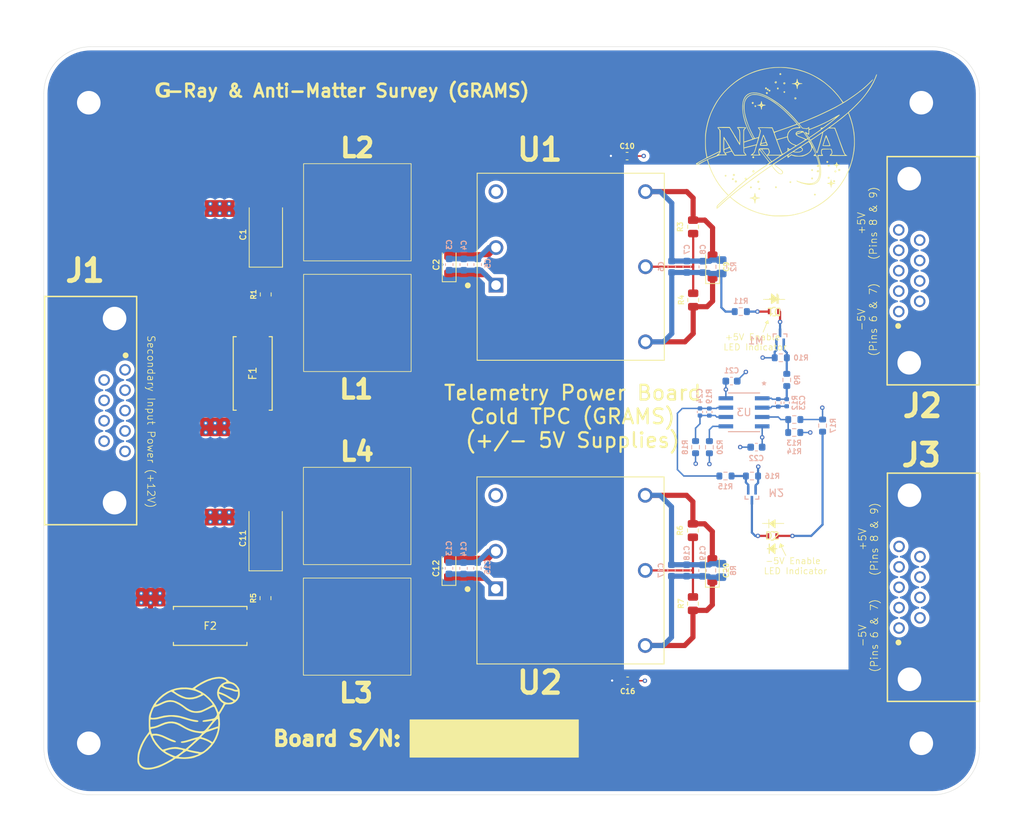
<source format=kicad_pcb>
(kicad_pcb (version 20241229) (generator "pcbnew") (generator_version "9.0")
  (layers (0 "F.Cu" signal) (4 "In1.Cu" signal) (6 "In2.Cu" signal) (8 "In3.Cu" signal) (10 "In4.Cu" signal) (2 "B.Cu" signal) (13 "F.Paste" user) (15 "B.Paste" user) (5 "F.SilkS" user "F.Silkscreen") (7 "B.SilkS" user "B.Silkscreen") (1 "F.Mask" user) (3 "B.Mask" user) (25 "Edge.Cuts" user))
  (net 0 "")
  (net 1 "Net-(C1-Pad1)")
  (net 2 "/V_SEC_RTN")
  (net 3 "/Main_Converter/V_RTN")
  (net 4 "/Main_Converter/V_POS")
  (net 5 "/P5_OUT")
  (net 6 "/PM_5V_RTN")
  (net 7 "GNDPWR")
  (net 8 "Net-(C11-Pad1)")
  (net 9 "/Main_Converter1/V_POS")
  (net 10 "/Main_Converter1/V_RTN")
  (net 11 "/M5_OUT")
  (net 12 "Net-(U3A-A_OUT)")
  (net 13 "Net-(U3A--INA)")
  (net 14 "Net-(U3B--INB)")
  (net 15 "Net-(U3B-B_OUT)")
  (net 16 "Net-(D1-Pad2)")
  (net 17 "Net-(D1-Pad1)")
  (net 18 "Net-(D2-Pad1)")
  (net 19 "Net-(D2-Pad2)")
  (net 20 "/V_SEC_IN")
  (net 21 "Net-(F1-Pad2)")
  (net 22 "Net-(F2-Pad2)")
  (net 25 "/Main_Converter/trim")
  (net 26 "/Main_Converter1/trim")
  (net 27 "Net-(U3A-+INA)")
  (net 28 "Net-(U3B-+INB)")
  (net 31 "Net-(M1-Pad1)")
  (net 32 "Net-(M2-Pad1)")
  (footprint "Little_Fuse:0154Series_LTF" (layer "F.Cu") (at 111.48 104.06)
    (property "Reference" "F2")
    (property "Value" "0154002.DR")
  )
  (footprint "Capacitor_SMD:C_0603_1608Metric" (layer "F.Cu") (at 168.0681 40.25 180)
    (property "Reference" "C10")
    (property "Value" "0.1uF")
  )
  (footprint "Wurth_Elektronik:LED_0AS75000_WRE" (layer "F.Cu") (at 188.0181 61.37 180)
    (property "Reference" "D1")
    (property "Value" "150060VS75000")
  )
  (footprint "MountingHole:MountingHole_3.2mm_M3_Pad" (layer "F.Cu") (at 208 33)
    (property "Reference" "H3" (hide yes))
    (property "Value" "MountingHole_Pad")
  )
  (footprint "Little_Fuse:0154Series_LTF" (layer "F.Cu") (at 117.25 69.77 90)
    (property "Reference" "F1")
    (property "Value" "0154002.DR")
  )
  (footprint "Capacitor_Tantalum_SMD:CP_EIA-3216-10_Kemet-I" (layer "F.Cu") (at 179.6356 96.4925 90)
    (property "Reference" "C20")
    (property "Value" "10uF")
  )
  (footprint "Resistor_SMD:R_0805_2012Metric" (layer "F.Cu") (at 118.9856 100.285 90)
    (property "Reference" "R5")
    (property "Value" "10")
  )
  (footprint "CoilCraft:MLC1538-" (layer "F.Cu") (at 138.7256 105.806 90)
    (property "Reference" "L3")
    (property "Value" "1.5uH")
  )
  (footprint "Resistor_SMD:R_0805_2012Metric" (layer "F.Cu") (at 177.0281 49.86 90)
    (property "Reference" "R3")
    (property "Value" "(DNI)")
  )
  (footprint "MountingHole:MountingHole_3.2mm_M3_Pad" (layer "F.Cu") (at 95 33)
    (property "Reference" "H1" (hide yes))
    (property "Value" "MountingHole_Pad")
  )
  (footprint "Capacitor_Tantalum_SMD:CP_EIA-3216-12_Kemet-S" (layer "F.Cu") (at 143.9181 55 90)
    (property "Reference" "C2")
    (property "Value" "10uF")
  )
  (footprint "Resistor_SMD:R_0805_2012Metric" (layer "F.Cu") (at 177.0381 59.79 -90)
    (property "Reference" "R4")
    (property "Value" "(DNI)")
  )
  (footprint "Capacitor_SMD:C_0603_1608Metric" (layer "F.Cu") (at 168.148 111.506 180)
    (property "Reference" "C16")
    (property "Value" "0.1uF")
  )
  (footprint "Wurth_Elektronik:618009231221" (layer "F.Cu") (at 92.2 74.815 -90)
    (property "Reference" "J1")
    (property "Value" "618009231221")
  )
  (footprint "Resistor_SMD:R_0805_2012Metric" (layer "F.Cu") (at 177.0056 101.034999 -90)
    (property "Reference" "R7")
    (property "Value" "(DNI)")
  )
  (footprint "MountingHole:MountingHole_3.2mm_M3_Pad" (layer "F.Cu") (at 95 120)
    (property "Reference" "H2" (hide yes))
    (property "Value" "MountingHole_Pad")
  )
  (footprint "NASA_Meatball:NASA-Meatball_11" (layer "F.Cu") (at 189.71 37.96)
    (property "Reference" "G***" (hide yes))
    (property "Value" "LOGO" (hide yes))
  )
  (footprint "Wurth_Elektronik:618009231221" (layer "F.Cu") (at 212.66 55.82 90)
    (property "Reference" "J2")
    (property "Value" "618009231221")
  )
  (footprint "MountingHole:MountingHole_3.2mm_M3_Pad" (layer "F.Cu") (at 208 120)
    (property "Reference" "H4" (hide yes))
    (property "Value" "MountingHole_Pad")
  )
  (footprint "CoilCraft:MLC1538-" (layer "F.Cu") (at 138.7581 49.531 90)
    (property "Reference" "L2")
    (property "Value" "1.5uH")
  )
  (footprint "CUI:CONV_PDQ30-Q24-S5-D" (layer "F.Cu") (at 160.3856 96.52 90)
    (property "Reference" "U2")
    (property "Value" "PDQ10-Q24-S5-D")
  )
  (footprint "CoilCraft:MLC1538-" (layer "F.Cu") (at 138.7256 90.776001 90)
    (property "Reference" "L4")
    (property "Value" "1.5uH")
  )
  (footprint "Capacitor_Tantalum_SMD:CP_EIA-7343-20_Kemet-V" (layer "F.Cu") (at 119.0056 92.165001 90)
    (property "Reference" "C11")
    (property "Value" "100uF")
  )
  (footprint "NASA_Meatball:Orbit_Image" (layer "F.Cu") (at 108.45 116.97)
    (property "Reference" "G***" (hide yes))
    (property "Value" "LOGO" (hide yes))
  )
  (footprint "CoilCraft:MLC1538-" (layer "F.Cu") (at 138.7581 64.561 90)
    (property "Reference" "L1")
    (property "Value" "1.5uH")
  )
  (footprint "Resistor_SMD:R_0805_2012Metric" (layer "F.Cu") (at 176.9956 91.105 90)
    (property "Reference" "R6")
    (property "Value" "(DNI)")
  )
  (footprint "Wurth_Elektronik:LED_0AS75000_WRE" (layer "F.Cu") (at 187.7781 91.83)
    (property "Reference" "D2")
    (property "Value" "150060VS75000")
  )
  (footprint "CUI:CONV_PDQ30-Q24-S5-D" (layer "F.Cu") (at 160.4181 55.275 90)
    (property "Reference" "U1")
    (property "Value" "PDQ10-Q24-S5-D")
  )
  (footprint "Wurth_Elektronik:618009231221" (layer "F.Cu") (at 212.7 98.81 90)
    (property "Reference" "J3")
    (property "Value" "618009231221")
  )
  (footprint "Capacitor_Tantalum_SMD:CP_EIA-7343-20_Kemet-V" (layer "F.Cu") (at 119.0381 50.92 90)
    (property "Reference" "C1")
    (property "Value" "100uF")
  )
  (footprint "Capacitor_Tantalum_SMD:CP_EIA-3216-10_Kemet-I" (layer "F.Cu") (at 179.6681 55.2475 90)
    (property "Reference" "C9")
    (property "Value" "10uF")
  )
  (footprint "Resistor_SMD:R_0805_2012Metric" (layer "F.Cu") (at 119.0181 59.04 90)
    (property "Reference" "R1")
    (property "Value" "10")
  )
  (footprint "Capacitor_Tantalum_SMD:CP_EIA-3216-12_Kemet-S" (layer "F.Cu") (at 143.8856 96.245001 90)
    (property "Reference" "C12")
    (property "Value" "10uF")
  )
  (footprint "Resistor_SMD:R_0805_2012Metric" (layer "B.Cu") (at 180.8256 96.524999 90)
    (property "Reference" "R8")
    (property "Value" "(DNI)")
  )
  (footprint "Resistor_SMD:R_0603_1608Metric" (layer "B.Cu") (at 177.3581 79.78 90)
    (property "Reference" "R18")
    (property "Value" "4.99k")
  )
  (footprint "Analog_Devices:R_8_ADI" (layer "B.Cu") (at 183.9381 75.05 180)
    (property "Reference" "U3")
    (property "Value" "LTC2051HV")
  )
  (footprint "Resistor_SMD:R_0603_1608Metric" (layer "B.Cu") (at 190.7631 76.03 180)
    (property "Reference" "R13")
    (property "Value" "49.9k")
  )
  (footprint "Capacitor_SMD:C_0402_1005Metric" (layer "B.Cu") (at 189.7281 73.75 90)
    (property "Reference" "C23")
    (property "Value" "1uF")
  )
  (footprint "Capacitor_SMD:C_0402_1005Metric" (layer "B.Cu") (at 179.2281 75.01 90)
    (property "Reference" "R19")
    (property "Value" "10k")
  )
  (footprint "Capacitor_SMD:C_0603_1608Metric" (layer "B.Cu") (at 147.7556 96.225001 90)
    (property "Reference" "C15")
    (property "Value" "0.01uF")
  )
  (footprint "Capacitor_SMD:C_0603_1608Metric" (layer "B.Cu") (at 147.7881 54.98 90)
    (property "Reference" "C5")
    (property "Value" "0.01uF")
  )
  (footprint "Capacitor_SMD:C_0603_1608Metric" (layer "B.Cu") (at 174.0956 96.524999 90)
    (property "Reference" "C17")
    (property "Value" "0.01uF")
  )
  (footprint "Toshiba_Semi:SSM_TOS" (layer "B.Cu") (at 188.8281 64.93 180)
    (property "Reference" "M1")
    (property "Value" "SSM3K15AFS_LF")
  )
  (footprint "Capacitor_SMD:C_0603_1608Metric" (layer "B.Cu") (at 182.2381 70.81 180)
    (property "Reference" "C21")
    (property "Value" "0.1uF")
  )
  (footprint "Toshiba_Semi:SSM_TOS" (layer "B.Cu") (at 185.0081 86.31)
    (property "Reference" "M2")
    (property "Value" "SSM3K15AFS_LF")
  )
  (footprint "Capacitor_SMD:C_0603_1608Metric" (layer "B.Cu") (at 185.6181 79.78)
    (property "Reference" "C22")
    (property "Value" "0.1uF")
  )
  (footprint "Resistor_SMD:R_0603_1608Metric" (layer "B.Cu") (at 179.2381 79.785 90)
    (property "Reference" "R20")
    (property "Value" "24.9")
  )
  (footprint "Capacitor_SMD:C_0603_1608Metric" (layer "B.Cu") (at 176.1781 55.28 90)
    (property "Reference" "C7")
    (property "Value" "0.1uF")
  )
  (footprint "Resistor_SMD:R_0603_1608Metric" (layer "B.Cu") (at 189.7381 70.65 90)
    (property "Reference" "R9")
    (property "Value" "24.9")
  )
  (footprint "Resistor_SMD:R_0805_2012Metric" (layer "B.Cu") (at 180.8581 55.28 90)
    (property "Reference" "R2")
    (property "Value" "(DNI)")
  )
  (footprint "Capacitor_SMD:C_0603_1608Metric" (layer "B.Cu") (at 145.8981 54.985 90)
    (property "Reference" "C4")
    (property "Value" "0.1uF")
  )
  (footprint "Capacitor_SMD:C_0603_1608Metric" (layer "B.Cu") (at 178.3381 55.3 90)
    (property "Reference" "C8")
    (property "Value" "1uF")
  )
  (footprint "Resistor_SMD:R_0603_1608Metric" (layer "B.Cu") (at 194.5981 76.85 90)
    (property "Reference" "R17")
    (property "Value" "300")
  )
  (footprint "Capacitor_SMD:C_0603_1608Metric" (layer "B.Cu") (at 145.8656 96.230001 90)
    (property "Reference" "C14")
    (property "Value" "0.1uF")
  )
  (footprint "Resistor_SMD:R_0402_1005Metric" (layer "B.Cu") (at 188.5881 73.76 90)
    (property "Reference" "R12")
    (property "Value" "10k")
  )
  (footprint "Resistor_SMD:R_0603_1608Metric" (layer "B.Cu") (at 181.4181 83.7)
    (property "Reference" "R15")
    (property "Value" "24.9")
  )
  (footprint "Capacitor_SMD:C_0603_1608Metric" (layer "B.Cu") (at 176.1456 96.524999 90)
    (property "Reference" "C18")
    (property "Value" "0.1uF")
  )
  (footprint "Capacitor_SMD:C_0603_1608Metric" (layer "B.Cu") (at 178.3056 96.544999 90)
    (property "Reference" "C19")
    (property "Value" "1uF")
  )
  (footprint "Capacitor_SMD:C_0603_1608Metric" (layer "B.Cu") (at 143.9281 54.98 90)
    (property "Reference" "C3")
    (property "Value" "1uF")
  )
  (footprint "Capacitor_SMD:C_0603_1608Metric" (layer "B.Cu") (at 174.1281 55.28 90)
    (property "Reference" "C6")
    (property "Value" "0.01uF")
  )
  (footprint "Capacitor_SMD:C_0603_1608Metric" (layer "B.Cu") (at 143.8956 96.225001 90)
    (property "Reference" "C13")
    (property "Value" "1uF")
  )
  (footprint "Resistor_SMD:R_0603_1608Metric" (layer "B.Cu") (at 183.4981 61.37 180)
    (property "Reference" "R11")
    (property "Value" "300")
  )
  (footprint "Resistor_SMD:R_0603_1608Metric" (layer "B.Cu") (at 185.0181 83.7)
    (property "Reference" "R16")
    (property "Value" "100k")
  )
  (footprint "Resistor_SMD:R_0603_1608Metric" (layer "B.Cu") (at 190.7531 77.79)
    (property "Reference" "R14")
    (property "Value" "49.9k")
  )
  (footprint "Capacitor_SMD:C_0402_1005Metric" (layer "B.Cu") (at 177.9581 75 90)
    (property "Reference" "C24")
    (property "Value" "1uF")
  )
  (footprint "Resistor_SMD:R_0603_1608Metric" (layer "B.Cu") (at 188.9281 67.64 180)
    (property "Reference" "R10")
    (property "Value" "100k")
  )
  (gr_poly (pts (xy 188.87 92.89) (xy 188.72 93.42) (xy 189.32 93.19)) (stroke (width 0.1)) (fill yes) (layer "F.SilkS"))
  (gr_line (start 187.3048 89.5812) (end 187.3048 90.7496) (stroke (width 0.1)) (layer "F.SilkS"))
  (gr_poly (pts (xy 188.1684 90.7496) (xy 187.3556 90.14) (xy 188.1684 89.632)) (stroke (width 0.1)) (fill yes) (layer "F.SilkS"))
  (gr_line (start 186.6952 90.14) (end 186.4412 90.14) (stroke (width 0.1)) (layer "F.SilkS"))
  (gr_line (start 188.6121 60.2788) (end 188.6121 59.1104) (stroke (width 0.1)) (layer "F.SilkS"))
  (gr_poly (pts (xy 187.17 62.59) (xy 186.83 62.87) (xy 187.24 63)) (stroke (width 0.1)) (fill yes) (layer "F.SilkS"))
  (gr_line (start 188.94 93.16) (end 189.61 94.5) (stroke (width 0.1)) (layer "F.SilkS"))
  (gr_line (start 189.2217 59.72) (end 188.6121 59.72) (stroke (width 0.1)) (layer "F.SilkS"))
  (gr_line (start 186.5801 59.72) (end 187.7485 59.72) (stroke (width 0.1)) (layer "F.SilkS"))
  (gr_line (start 186.6952 90.14) (end 187.3048 90.14) (stroke (width 0.1)) (layer "F.SilkS"))
  (gr_line (start 189.3368 90.14) (end 188.1684 90.14) (stroke (width 0.1)) (layer "F.SilkS"))
  (gr_line (start 187.05 62.89) (end 186.53 64.16) (stroke (width 0.1)) (layer "F.SilkS"))
  (gr_poly (pts (xy 187.7485 59.1104) (xy 188.5613 59.72) (xy 187.7485 60.228)) (stroke (width 0.1)) (fill yes) (layer "F.SilkS"))
  (gr_line (start 189.2217 59.72) (end 189.4757 59.72) (stroke (width 0.1)) (layer "F.SilkS"))
  (gr_poly (pts (xy 138.6 116.81) (xy 138.6 121.89) (xy 161.46 121.89) (xy 161.46 116.81)) (stroke (width 0.1)) (fill yes) (layer "F.SilkS"))
  (gr_line (start 215.9 31.75) (end 215.9 120.65) (stroke (width 0.05)) (layer "Edge.Cuts"))
  (gr_line (start 88.9 76.2) (end 88.9 31.75) (stroke (width 0.05)) (layer "Edge.Cuts"))
  (gr_line (start 88.9 120.65) (end 88.9 76.2) (stroke (width 0.05)) (layer "Edge.Cuts"))
  (gr_arc (start 88.9 31.75) (mid 90.759872 27.259872) (end 95.25 25.4) (stroke (width 0.05)) (layer "Edge.Cuts"))
  (gr_arc (start 95.25 127) (mid 90.759872 125.140128) (end 88.9 120.65) (stroke (width 0.05)) (layer "Edge.Cuts"))
  (gr_line (start 209.55 127) (end 95.25 127) (stroke (width 0.05)) (layer "Edge.Cuts"))
  (gr_line (start 95.25 25.4) (end 203.2 25.4) (stroke (width 0.05)) (layer "Edge.Cuts"))
  (gr_arc (start 209.55 25.4) (mid 214.040128 27.259872) (end 215.9 31.75) (stroke (width 0.05)) (layer "Edge.Cuts"))
  (gr_line (start 203.2 25.4) (end 209.55 25.4) (stroke (width 0.05)) (layer "Edge.Cuts"))
  (gr_arc (start 215.9 120.65) (mid 214.040128 125.140128) (end 209.55 127) (stroke (width 0.05)) (layer "Edge.Cuts"))
  (gr_text "+5V\n(Pins 8 & 9)" (at 202.07 49.37 90) (layer "F.SilkS") (effects (font (size 1 1) (thickness 0.1)) (justify bottom)))
  (gr_text "+5V Enable \nLED Indicator" (at 185.44 66.7 0) (layer "F.SilkS") (effects (font (size 0.85 0.85) (thickness 0.1)) (justify bottom)))
  (gr_text "-5V\n(Pins 6 & 7)" (at 202.07 62.46 90) (layer "F.SilkS") (effects (font (size 1 1) (thickness 0.1)) (justify bottom)))
  (gr_text "-5V\n(Pins 6 & 7)" (at 202.21 105.38 90) (layer "F.SilkS") (effects (font (size 1 1) (thickness 0.1)) (justify bottom)))
  (gr_text "-Ray & Anti-Matter Survey (GRAMS)" (at 105.44 32.4 0) (layer "F.SilkS") (effects (font (size 1.75 1.75) (thickness 0.35) (bold yes)) (justify left bottom)))
  (gr_text "Secondary Input Power (+12V)" (at 102.87 64.516 -90) (layer "F.SilkS") (effects (font (size 1 1) (thickness 0.1)) (justify left bottom)))
  (gr_text "-5V Enable \nLED Indicator" (at 190.92 97.1 0) (layer "F.SilkS") (effects (font (size 0.85 0.85) (thickness 0.1)) (justify bottom)))
  (gr_text "Telemetry Power Board\nCold TPC (GRAMS)\n(+/- 5V Supplies)" (at 160.66 80.01 0) (layer "F.SilkS") (effects (font (size 2 2) (thickness 0.3)) (justify bottom)))
  (gr_text "+5V\n(Pins 8 & 9)" (at 202.21 92.29 90) (layer "F.SilkS") (effects (font (size 1 1) (thickness 0.1)) (justify bottom)))
  (gr_text "G" (at 103.91 32.63 0) (layer "F.SilkS") (effects (font (size 2 2) (thickness 0.4) (bold yes)) (justify left bottom)))
  (gr_text "Board S/N:  " (at 119.76 120.53 0) (layer "F.SilkS") (effects (font (size 2 2) (thickness 0.5) (bold yes)) (justify left bottom)))
  (segment (start 119.0181 58.1275) (end 119.0181 54.0525) (width 0.7) (layer "F.Cu") (net 1))
  (segment (start 119.0181 54.0525) (end 119.0381 54.0325) (width 0.2) (layer "F.Cu") (net 1))
  (segment (start 119.0056 89.052501) (end 112.369499 89.052501) (width 0.7) (layer "F.Cu") (net 2))
  (segment (start 126.6581 47.831) (end 119.0616 47.831) (width 0.7) (layer "F.Cu") (net 2))
  (segment (start 126.6256 89.076) (end 119.0291 89.076) (width 0.7) (layer "F.Cu") (net 2))
  (segment (start 119.0616 47.831) (end 119.0381 47.8075) (width 0.2) (layer "F.Cu") (net 2))
  (segment (start 112.369499 89.052501) (end 111.506 89.916) (width 0.7) (layer "F.Cu") (net 2))
  (segment (start 119.0616 47.831) (end 111.681 47.831) (width 0.7) (layer "F.Cu") (net 2))
  (segment (start 111.681 47.831) (end 111.506 48.006) (width 0.2) (layer "F.Cu") (net 2))
  (segment (start 119.0291 89.076) (end 119.0056 89.0525) (width 0.2) (layer "F.Cu") (net 2))
  (via (at 111.506 88.646) (size 0.6) (drill 0.3) (layers "F.Cu" "B.Cu") (net 2))
  (via (at 112.776 48.006) (size 0.6) (drill 0.3) (layers "F.Cu" "B.Cu") (net 2))
  (via (at 111.506 46.736) (size 0.6) (drill 0.3) (layers "F.Cu" "B.Cu") (net 2))
  (via (at 111.506 89.916) (size 0.6) (drill 0.3) (layers "F.Cu" "B.Cu") (net 2))
  (via (at 112.776 89.916) (size 0.6) (drill 0.3) (layers "F.Cu" "B.Cu") (net 2))
  (via (at 114.046 46.736) (size 0.6) (drill 0.3) (layers "F.Cu" "B.Cu") (net 2))
  (via (at 114.046 48.006) (size 0.6) (drill 0.3) (layers "F.Cu" "B.Cu") (net 2))
  (via (at 112.776 46.736) (size 0.6) (drill 0.3) (layers "F.Cu" "B.Cu") (net 2))
  (via (at 114.046 88.646) (size 0.6) (drill 0.3) (layers "F.Cu" "B.Cu") (net 2))
  (via (at 114.046 89.916) (size 0.6) (drill 0.3) (layers "F.Cu" "B.Cu") (net 2))
  (via (at 112.776 88.646) (size 0.6) (drill 0.3) (layers "F.Cu" "B.Cu") (net 2))
  (via (at 111.506 48.006) (size 0.6) (drill 0.3) (layers "F.Cu" "B.Cu") (net 2))
  (segment (start 143.9181 53.65) (end 143.9181 49) (width 0.7) (layer "F.Cu") (net 3))
  (segment (start 142.7491 47.831) (end 136.2581 47.831) (width 0.7) (layer "F.Cu") (net 3))
  (segment (start 150.2681 52.675) (end 149.3081 53.635) (width 0.7) (layer "F.Cu") (net 3))
  (segment (start 149.3081 53.635) (end 143.9331 53.635) (width 0.7) (layer "F.Cu") (net 3))
  (segment (start 143.9181 49) (end 142.7491 47.831) (width 0.7) (layer "F.Cu") (net 3))
  (segment (start 143.9331 53.635) (end 143.9181 53.65) (width 0.7) (layer "F.Cu") (net 3))
  (segment (start 149.3181 52.675) (end 147.7881 54.205) (width 0.7) (layer "B.Cu") (net 3))
  (segment (start 150.2681 52.675) (end 149.3181 52.675) (width 0.7) (layer "B.Cu") (net 3))
  (segment (start 147.7881 54.205) (end 143.9281 54.205) (width 0.7) (layer "B.Cu") (net 3))
  (segment (start 148.8431 56.35) (end 150.2681 57.775) (width 0.7) (layer "F.Cu") (net 4))
  (segment (start 143.9181 61.62) (end 142.6771 62.861) (width 0.7) (layer "F.Cu") (net 4))
  (segment (start 143.9181 56.35) (end 143.9181 61.62) (width 0.7) (layer "F.Cu") (net 4))
  (segment (start 143.9181 56.35) (end 148.8431 56.35) (width 0.7) (layer "F.Cu") (net 4))
  (segment (start 142.6771 62.861) (end 136.2581 62.861) (width 0.7) (layer "F.Cu") (net 4))
  (segment (start 143.9281 55.755) (end 147.7881 55.755) (width 0.7) (layer "B.Cu") (net 4))
  (segment (start 148.2481 55.755) (end 150.2681 57.775) (width 0.7) (layer "B.Cu") (net 4))
  (segment (start 147.7881 55.755) (end 148.2481 55.755) (width 0.7) (layer "B.Cu") (net 4))
  (segment (start 175.9131 65.475) (end 170.5681 65.475) (width 0.7) (layer "F.Cu") (net 5))
  (segment (start 177.0381 60.7025) (end 177.0381 64.35) (width 0.7) (layer "F.Cu") (net 5))
  (segment (start 177.0381 64.35) (end 175.9131 65.475) (width 0.7) (layer "F.Cu") (net 5))
  (segment (start 179.6681 56.5975) (end 179.6681 59.95) (width 0.7) (layer "F.Cu") (net 5))
  (segment (start 179.6681 59.95) (end 178.9156 60.7025) (width 0.7) (layer "F.Cu") (net 5))
  (segment (start 178.9156 60.7025) (end 177.0381 60.7025) (width 0.7) (layer "F.Cu") (net 5))
  (via (at 194.564 74.422) (size 0.6) (drill 0.3) (layers "F.Cu" "B.Cu") (net 5))
  (via (at 181.4743 71.95) (size 0.6) (drill 0.3) (layers "F.Cu" "B.Cu") (net 5))
  (segment (start 180.8581 60.8) (end 180.8581 56.1925) (width 0.3) (layer "B.Cu") (net 5))
  (segment (start 174.1281 56.055) (end 179.1431 56.055) (width 0.7) (layer "B.Cu") (net 5))
  (segment (start 194.5981 76.025) (end 194.564 76.025) (width 0.2) (layer "B.Cu") (net 5))
  (segment (start 194.5981 74.4561) (end 194.564 74.422) (width 0.2) (layer "B.Cu") (net 5))
  (segment (start 181.4743 73.145) (end 181.4743 71.95) (width 0.2) (layer "B.Cu") (net 5))
  (segment (start 179.2806 56.1925) (end 180.8581 56.1925) (width 0.7) (layer "B.Cu") (net 5))
  (segment (start 174.1281 56.055) (end 174.1281 64.36) (width 0.7) (layer "B.Cu") (net 5))
  (segment (start 194.564 76.025) (end 191.5931 76.025) (width 0.2) (layer "B.Cu") (net 5))
  (segment (start 194.5981 76.025) (end 194.5981 74.4561) (width 0.2) (layer "B.Cu") (net 5))
  (segment (start 174.1281 64.36) (end 173.0131 65.475) (width 0.7) (layer "B.Cu") (net 5))
  (segment (start 179.1431 56.055) (end 179.2806 56.1925) (width 0.7) (layer "B.Cu") (net 5))
  (segment (start 191.5931 76.025) (end 191.5881 76.03) (width 0.2) (layer "B.Cu") (net 5))
  (segment (start 181.4743 70.8212) (end 181.4631 70.81) (width 0.2) (layer "B.Cu") (net 5))
  (segment (start 182.6731 61.37) (end 181.4281 61.37) (width 0.3) (layer "B.Cu") (net 5))
  (segment (start 181.4743 71.95) (end 181.4743 70.8212) (width 0.2) (layer "B.Cu") (net 5))
  (segment (start 173.0131 65.475) (end 170.5681 65.475) (width 0.7) (layer "B.Cu") (net 5))
  (segment (start 181.4281 61.37) (end 180.8581 60.8) (width 0.3) (layer "B.Cu") (net 5))
  (segment (start 179.6681 53.8975) (end 179.6681 49.99) (width 0.7) (layer "F.Cu") (net 6))
  (segment (start 168.8531 40.24) (end 170.3081 40.24) (width 0.2) (layer "F.Cu") (net 6))
  (segment (start 179.6356 101.195) (end 178.8831 101.9475) (width 0.7) (layer "F.Cu") (net 6))
  (segment (start 178.8831 101.9475) (end 177.0056 101.9475) (width 0.7) (layer "F.Cu") (net 6))
  (segment (start 177.0056 101.9475) (end 177.0056 105.595) (width 0.7) (layer "F.Cu") (net 6))
  (segment (start 179.6356 97.8425) (end 179.6356 101.195) (width 0.7) (layer "F.Cu") (net 6))
  (segment (start 176.1631 45.075) (end 170.5681 45.075) (width 0.7) (layer "F.Cu") (net 6))
  (segment (start 177.0056 105.595) (end 175.8806 106.72) (width 0.7) (layer "F.Cu") (net 6))
  (segment (start 175.8806 106.72) (end 170.5356 106.72) (width 0.7) (layer "F.Cu") (net 6))
  (segment (start 168.923 111.506) (end 170.483 111.506) (width 0.2) (layer "F.Cu") (net 6))
  (segment (start 177.0281 45.94) (end 176.1631 45.075) (width 0.7) (layer "F.Cu") (net 6))
  (segment (start 170.3081 40.24) (end 170.3181 40.23) (width 0.2) (layer "F.Cu") (net 6))
  (segment (start 179.6681 49.99) (end 178.6256 48.9475) (width 0.7) (layer "F.Cu") (net 6))
  (segment (start 178.6256 48.9475) (end 177.0281 48.9475) (width 0.7) (layer "F.Cu") (net 6))
  (segment (start 177.0281 48.9475) (end 177.0281 45.94) (width 0.7) (layer "F.Cu") (net 6))
  (via (at 179.2381 82.08) (size 0.6) (drill 0.3) (layers "F.Cu" "B.Cu") (net 6))
  (via (at 185.8689 82.4276) (size 0.6) (drill 0.3) (layers "F.Cu" "B.Cu") (net 6))
  (via (at 186.4681 67.62) (size 0.6) (drill 0.3) (layers "F.Cu" "B.Cu") (net 6))
  (via (at 192.9281 77.79) (size 0.6) (drill 0.3) (layers "F.Cu" "B.Cu") (net 6))
  (via (at 184.1881 69.56) (size 0.6) (drill 0.3) (layers "F.Cu" "B.Cu") (net 6))
  (via (at 170.3181 40.23) (size 0.6) (drill 0.3) (layers "F.Cu" "B.Cu") (net 6))
  (via (at 170.483 111.506) (size 0.6) (drill 0.3) (layers "F.Cu" "B.Cu") (net 6))
  (via (at 183.4181 79.77) (size 0.6) (drill 0.3) (layers "F.Cu" "B.Cu") (net 6))
  (segment (start 185.8431 84.635) (end 185.8689 83.6468) (width 0.3) (layer "B.Cu") (net 6))
  (segment (start 179.3031 54.525) (end 179.4606 54.3675) (width 0.7) (layer "B.Cu") (net 6))
  (segment (start 178.3181 54.505) (end 178.3381 54.525) (width 0.7) (layer "B.Cu") (net 6))
  (segment (start 185.508099 85.635) (end 185.508099 84.970001) (width 0.3) (layer "B.Cu") (net 6))
  (segment (start 179.2381 80.61) (end 179.2381 82.08) (width 0.2) (layer "B.Cu") (net 6))
  (segment (start 172.5731 45.075) (end 170.5681 45.075) (width 0.7) (layer "B.Cu") (net 6))
  (segment (start 185.8689 83.6468) (end 185.8431 83.7) (width 0.3) (layer "B.Cu") (net 6))
  (segment (start 183.0131 70.735) (end 184.1881 69.56) (width 0.2) (layer "B.Cu") (net 6))
  (segment (start 174.1281 54.505) (end 174.1281 46.63) (width 0.7) (layer "B.Cu") (net 6))
  (segment (start 188.328101 66.619999) (end 188.328101 65.605) (width 0.3) (layer "B.Cu") (net 6))
  (segment (start 188.1031 67.63) (end 188.1031 66.845) (width 0.3) (layer "B.Cu") (net 6))
  (segment (start 174.0956 105.605) (end 172.9806 106.72) (width 0.7) (layer "B.Cu") (net 6))
  (segment (start 174.0956 97.3) (end 179.1106 97.3) (width 0.7) (layer "B.Cu") (net 6))
  (segment (start 184.8431 79.78) (end 183.4281 79.78) (width 0.2) (layer "B.Cu") (net 6))
  (segment (start 174.0956 97.3) (end 174.0956 105.605) (width 0.7) (layer "B.Cu") (net 6))
  (segment (start 179.1106 97.3) (end 179.2481 97.4375) (width 0.7) (layer "B.Cu") (net 6))
  (segment (start 179.2481 97.4375) (end 180.8256 97.4375) (width 0.7) (layer "B.Cu") (net 6))
  (segment (start 191.5781 77.79) (end 192.9281 77.79) (width 0.2) (layer "B.Cu") (net 6))
  (segment (start 185.8431 82.4534) (end 185.8689 82.4276) (width 0.3) (layer "B.Cu") (net 6))
  (segment (start 185.508099 84.970001) (end 185.8431 84.635) (width 0.3) (layer "B.Cu") (net 6))
  (segment (start 174.1281 54.505) (end 178.3181 54.505) (width 0.7) (layer "B.Cu") (net 6))
  (segment (start 172.9806 106.72) (end 170.5356 106.72) (width 0.7) (layer "B.Cu") (net 6))
  (segment (start 185.8431 83.7) (end 185.8431 82.4534) (width 0.3) (layer "B.Cu") (net 6))
  (segment (start 179.4606 54.3675) (end 180.8581 54.3675) (width 0.7) (layer "B.Cu") (net 6))
  (segment (start 178.3381 54.525) (end 179.3031 54.525) (width 0.7) (layer "B.Cu") (net 6))
  (segment (start 183.4281 79.78) (end 183.4181 79.77) (width 0.2) (layer "B.Cu") (net 6))
  (segment (start 186.4881 67.64) (end 186.4681 67.62) (width 0.2) (layer "B.Cu") (net 6))
  (segment (start 174.1281 46.63) (end 172.5731 45.075) (width 0.7) (layer "B.Cu") (net 6))
  (segment (start 188.1031 67.64) (end 186.4881 67.64) (width 0.2) (layer "B.Cu") (net 6))
  (segment (start 188.1031 66.845) (end 188.328101 66.619999) (width 0.3) (layer "B.Cu") (net 6))
  (segment (start 183.0131 70.81) (end 183.0131 70.735) (width 0.2) (layer "B.Cu") (net 6))
  (segment (start 188.1031 67.64) (end 188.1031 67.63) (width 0.2) (layer "B.Cu") (net 6))
  (segment (start 166.0555 111.501) (end 166.0355 111.481) (width 0.2) (layer "F.Cu") (net 7))
  (segment (start 167.4705 111.501) (end 166.0555 111.501) (width 0.2) (layer "F.Cu") (net 7))
  (segment (start 167.3031 40.24) (end 165.8881 40.24) (width 0.2) (layer "F.Cu") (net 7))
  (segment (start 165.8881 40.24) (end 165.8681 40.22) (width 0.2) (layer "F.Cu") (net 7))
  (via (at 165.8681 40.22) (size 0.6) (drill 0.3) (layers "F.Cu" "B.Cu") (net 7))
  (via (at 166.0355 111.481) (size 0.6) (drill 0.3) (layers "F.Cu" "B.Cu") (net 7))
  (segment (start 118.9856 95.2975) (end 119.0056 95.2775) (width 0.2) (layer "F.Cu") (net 8))
  (segment (start 118.9856 99.3725) (end 118.9856 95.2975) (width 0.7) (layer "F.Cu") (net 8))
  (segment (start 148.8106 97.595) (end 150.2356 99.02) (width 0.7) (layer "F.Cu") (net 9))
  (segment (start 143.8856 97.595) (end 148.8106 97.595) (width 0.7) (layer "F.Cu") (net 9))
  (segment (start 143.8856 97.595) (end 143.8856 102.865) (width 0.7) (layer "F.Cu") (net 9))
  (segment (start 142.6446 104.106) (end 136.2256 104.106) (width 0.7) (layer "F.Cu") (net 9))
  (segment (start 143.8856 102.865) (end 142.6446 104.106) (width 0.7) (layer "F.Cu") (net 9))
  (segment (start 147.7556 97) (end 148.2156 97) (width 0.7) (layer "B.Cu") (net 9))
  (segment (start 143.8956 97) (end 147.7556 97) (width 0.7) (layer "B.Cu") (net 9))
  (segment (start 148.2156 97) (end 150.2356 99.02) (width 0.7) (layer "B.Cu") (net 9))
  (segment (start 150.2356 93.92) (end 149.2756 94.88) (width 0.7) (layer "F.Cu") (net 10))
  (segment (start 149.2756 94.88) (end 143.9006 94.88) (width 0.7) (layer "F.Cu") (net 10))
  (segment (start 143.9006 94.88) (end 143.8856 94.895) (width 0.7) (layer "F.Cu") (net 10))
  (segment (start 143.8856 90.245) (end 142.7166 89.076) (width 0.7) (layer "F.Cu") (net 10))
  (segment (start 143.8856 94.895) (end 143.8856 90.245) (width 0.7) (layer "F.Cu") (net 10))
  (segment (start 142.7166 89.076) (end 136.2256 89.076) (width 0.7) (layer "F.Cu") (net 10))
  (segment (start 150.2356 93.92) (end 149.2856 93.92) (width 0.7) (layer "B.Cu") (net 10))
  (segment (start 149.2856 93.92) (end 147.7556 95.45) (width 0.7) (layer "B.Cu") (net 10))
  (segment (start 147.7556 95.45) (end 143.8956 95.45) (width 0.7) (layer "B.Cu") (net 10))
  (segment (start 178.5931 90.1925) (end 176.9956 90.1925) (width 0.7) (layer "F.Cu") (net 11))
  (segment (start 176.1306 86.32) (end 170.5356 86.32) (width 0.7) (layer "F.Cu") (net 11))
  (segment (start 176.9956 87.185) (end 176.1306 86.32) (width 0.7) (layer "F.Cu") (net 11))
  (segment (start 176.9956 90.1925) (end 176.9956 87.185) (width 0.7) (layer "F.Cu") (net 11))
  (segment (start 179.6356 91.235) (end 178.5931 90.1925) (width 0.7) (layer "F.Cu") (net 11))
  (segment (start 179.6356 95.1425) (end 179.6356 91.235) (width 0.7) (layer "F.Cu") (net 11))
  (via (at 186.4019 78.45) (size 0.6) (drill 0.3) (layers "F.Cu" "B.Cu") (net 11))
  (via (at 177.3781 82.03) (size 0.6) (drill 0.3) (layers "F.Cu" "B.Cu") (net 11))
  (segment (start 172.5406 86.32) (end 170.5356 86.32) (width 0.7) (layer "B.Cu") (net 11))
  (segment (start 186.4019 76.955) (end 186.4019 78.45) (width 0.2) (layer "B.Cu") (net 11))
  (segment (start 186.4019 79.7712) (end 186.3931 79.78) (width 0.2) (layer "B.Cu") (net 11))
  (segment (start 178.2856 95.75) (end 178.3056 95.77) (width 0.7) (layer "B.Cu") (net 11))
  (segment (start 174.0956 87.875) (end 172.5406 86.32) (width 0.7) (layer "B.Cu") (net 11))
  (segment (start 186.4019 78.45) (end 186.4019 79.7712) (width 0.2) (layer "B.Cu") (net 11))
  (segment (start 179.4281 95.6125) (end 180.8256 95.6125) (width 0.7) (layer "B.Cu") (net 11))
  (segment (start 178.3056 95.77) (end 179.2706 95.77) (width 0.7) (layer "B.Cu") (net 11))
  (segment (start 174.0956 95.75) (end 178.2856 95.75) (width 0.7) (layer "B.Cu") (net 11))
  (segment (start 177.3581 80.605) (end 177.3581 82.01) (width 0.2) (layer "B.Cu") (net 11))
  (segment (start 174.0956 95.75) (end 174.0956 87.875) (width 0.7) (layer "B.Cu") (net 11))
  (segment (start 179.2706 95.77) (end 179.4281 95.6125) (width 0.7) (layer "B.Cu") (net 11))
  (segment (start 177.3581 82.01) (end 177.3781 82.03) (width 0.2) (layer "B.Cu") (net 11))
  (segment (start 189.7381 73.26) (end 189.7281 73.27) (width 0.2) (layer "B.Cu") (net 12))
  (segment (start 187.7781 73.27) (end 189.7281 73.27) (width 0.2) (layer "B.Cu") (net 12))
  (segment (start 187.6531 73.145) (end 187.7781 73.27) (width 0.2) (layer "B.Cu") (net 12))
  (segment (start 189.7381 71.475) (end 189.7381 73.26) (width 0.3) (layer "B.Cu") (net 12))
  (segment (start 186.4019 73.145) (end 187.6531 73.145) (width 0.2) (layer "B.Cu") (net 12))
  (segment (start 186.4019 74.415) (end 187.5631 74.415) (width 0.2) (layer "B.Cu") (net 13))
  (segment (start 187.7481 74.23) (end 189.7281 74.23) (width 0.2) (layer "B.Cu") (net 13))
  (segment (start 187.5631 74.415) (end 187.7481 74.23) (width 0.2) (layer "B.Cu") (net 13))
  (segment (start 177.9581 76.6) (end 177.3581 77.2) (width 0.2) (layer "B.Cu") (net 14))
  (segment (start 180.0281 75.48) (end 177.9581 75.48) (width 0.2) (layer "B.Cu") (net 14))
  (segment (start 177.9581 75.48) (end 177.9581 76.6) (width 0.2) (layer "B.Cu") (net 14))
  (segment (start 180.2331 75.685) (end 180.0281 75.48) (width 0.2) (layer "B.Cu") (net 14))
  (segment (start 177.3581 77.2) (end 177.3581 78.955) (width 0.2) (layer "B.Cu") (net 14))
  (segment (start 181.4743 75.685) (end 180.2331 75.685) (width 0.2) (layer "B.Cu") (net 14))
  (segment (start 180.3031 74.415) (end 180.1981 74.52) (width 0.2) (layer "B.Cu") (net 15))
  (segment (start 175.7681 83.7) (end 174.8981 82.83) (width 0.2) (layer "B.Cu") (net 15))
  (segment (start 180.5931 83.7) (end 175.7681 83.7) (width 0.2) (layer "B.Cu") (net 15))
  (segment (start 181.4743 74.415) (end 180.3031 74.415) (width 0.2) (layer "B.Cu") (net 15))
  (segment (start 180.1981 74.52) (end 177.9581 74.52) (width 0.2) (layer "B.Cu") (net 15))
  (segment (start 175.5581 74.52) (end 177.9581 74.52) (width 0.2) (layer "B.Cu") (net 15))
  (segment (start 174.8981 82.83) (end 174.8981 75.18) (width 0.2) (layer "B.Cu") (net 15))
  (segment (start 174.8981 75.18) (end 175.5581 74.52) (width 0.2) (layer "B.Cu") (net 15))
  (segment (start 187.2181 61.37) (end 185.7581 61.37) (width 0.3) (layer "F.Cu") (net 16))
  (via (at 185.7581 61.37) (size 0.6) (drill 0.3) (layers "F.Cu" "B.Cu") (net 16))
  (segment (start 184.3231 61.37) (end 185.7581 61.37) (width 0.3) (layer "B.Cu") (net 16))
  (segment (start 188.8281 61.38) (end 188.8181 61.37) (width 0.2) (layer "F.Cu") (net 17))
  (segment (start 188.8281 62.77) (end 188.8281 61.38) (width 0.3) (layer "F.Cu") (net 17))
  (via (at 188.8281 62.77) (size 0.6) (drill 0.3) (layers "F.Cu" "B.Cu") (net 17))
  (segment (start 188.8281 64.255) (end 188.8281 62.77) (width 0.3) (layer "B.Cu") (net 17))
  (segment (start 186.9781 91.83) (end 185.8181 91.83) (width 0.3) (layer "F.Cu") (net 18))
  (via (at 185.8181 91.83) (size 0.6) (drill 0.3) (layers "F.Cu" "B.Cu") (net 18))
  (segment (start 185.8181 91.83) (end 185.4581 91.83) (width 0.3) (layer "B.Cu") (net 18))
  (segment (start 185.4581 91.83) (end 185.0081 91.38) (width 0.3) (layer "B.Cu") (net 18))
  (segment (start 185.0081 91.38) (end 185.0081 86.985) (width 0.3) (layer "B.Cu") (net 18))
  (segment (start 188.5781 91.83) (end 190.4981 91.83) (width 0.3) (layer "F.Cu") (net 19))
  (segment (start 190.4981 91.83) (end 190.5081 91.84) (width 0.2) (layer "F.Cu") (net 19))
  (via (at 190.5081 91.84) (size 0.6) (drill 0.3) (layers "F.Cu" "B.Cu") (net 19))
  (segment (start 194.5381 90.35) (end 193.0581 91.83) (width 0.3) (layer "B.Cu") (net 19))
  (segment (start 193.0581 91.83) (end 190.5181 91.83) (width 0.3) (layer "B.Cu") (net 19))
  (segment (start 190.5181 91.83) (end 190.5081 91.84) (width 0.2) (layer "B.Cu") (net 19))
  (segment (start 194.5981 90.29) (end 194.5381 90.35) (width 0.3) (layer "B.Cu") (net 19))
  (segment (start 194.5981 77.675) (end 194.5981 90.29) (width 0.3) (layer "B.Cu") (net 19))
  (segment (start 108.2923 104.06) (end 104.44 104.06) (width 0.7) (layer "F.Cu") (net 20))
  (segment (start 103.2211 99.8089) (end 103.39 99.64) (width 0.2) (layer "F.Cu") (net 20))
  (segment (start 111.24 76.89) (end 110.87 76.52) (width 0.2) (layer "F.Cu") (net 20))
  (segment (start 116.53 76.89) (end 111.24 76.89) (width 0.7) (layer "F.Cu") (net 20))
  (segment (start 117.25 72.9577) (end 117.25 76.17) (width 0.7) (layer "F.Cu") (net 20))
  (segment (start 104.44 104.06) (end 103.39 103.01) (width 0.7) (layer "F.Cu") (net 20))
  (segment (start 103.39 103.01) (end 103.39 99.64) (width 0.7) (layer "F.Cu") (net 20))
  (segment (start 117.25 76.17) (end 116.53 76.89) (width 0.7) (layer "F.Cu") (net 20))
  (segment (start 112.0036 77.6536) (end 112.14 77.79) (width 0.2) (layer "F.Cu") (net 20))
  (via (at 110.87 76.52) (size 0.6) (drill 0.3) (layers "F.Cu" "B.Cu") (net 20))
  (via (at 104.66 100.91) (size 0.6) (drill 0.3) (layers "F.Cu" "B.Cu") (net 20))
  (via (at 103.39 100.91) (size 0.6) (drill 0.3) (layers "F.Cu" "B.Cu") (net 20))
  (via (at 103.39 99.64) (size 0.6) (drill 0.3) (layers "F.Cu" "B.Cu") (net 20))
  (via (at 110.87 77.79) (size 0.6) (drill 0.3) (layers "F.Cu" "B.Cu") (net 20))
  (via (at 102.12 99.64) (size 0.6) (drill 0.3) (layers "F.Cu" "B.Cu") (net 20))
  (via (at 113.41 77.79) (size 0.6) (drill 0.3) (layers "F.Cu" "B.Cu") (net 20))
  (via (at 104.66 99.64) (size 0.6) (drill 0.3) (layers "F.Cu" "B.Cu") (net 20))
  (via (at 112.14 77.79) (size 0.6) (drill 0.3) (layers "F.Cu" "B.Cu") (net 20))
  (via (at 113.41 76.52) (size 0.6) (drill 0.3) (layers "F.Cu" "B.Cu") (net 20))
  (via (at 102.12 100.91) (size 0.6) (drill 0.3) (layers "F.Cu" "B.Cu") (net 20))
  (via (at 112.14 76.52) (size 0.6) (drill 0.3) (layers "F.Cu" "B.Cu") (net 20))
  (segment (start 119.0281 59.9625) (end 119.0181 59.9525) (width 0.7) (layer "F.Cu") (net 21))
  (segment (start 119.0281 62.84) (end 117.25 64.6181) (width 0.7) (layer "F.Cu") (net 21))
  (segment (start 119.0281 62.84) (end 126.6371 62.84) (width 0.7) (layer "F.Cu") (net 21))
  (segment (start 117.25 64.6181) (end 117.25 66.5823) (width 0.7) (layer "F.Cu") (net 21))
  (segment (start 119.0281 62.84) (end 119.0281 59.9625) (width 0.7) (layer "F.Cu") (net 21))
  (segment (start 126.6371 62.84) (end 126.6581 62.861) (width 0.2) (layer "F.Cu") (net 21))
  (segment (start 118.9956 101.2075) (end 118.9856 101.1975) (width 0.7) (layer "F.Cu") (net 22))
  (segment (start 115.2781 104.085) (end 118.9956 104.085) (width 0.7) (layer "F.Cu") (net 22))
  (segment (start 118.9956 104.085) (end 126.6046 104.085) (width 0.7) (layer "F.Cu") (net 22))
  (segment (start 126.6046 104.085) (end 126.6256 104.106) (width 0.2) (layer "F.Cu") (net 22))
  (segment (start 118.9956 104.085) (end 118.9956 101.2075) (width 0.7) (layer "F.Cu") (net 22))
  (segment (start 176.9481 55.28) (end 177.0381 55.28) (width 0.2) (layer "F.Cu") (net 25))
  (segment (start 177.0381 55.28) (end 177.0381 58.8775) (width 0.3) (layer "F.Cu") (net 25))
  (segment (start 176.9431 55.275) (end 170.5681 55.275) (width 0.3) (layer "F.Cu") (net 25))
  (segment (start 177.0381 55.28) (end 177.0381 50.7825) (width 0.3) (layer "F.Cu") (net 25))
  (segment (start 177.0381 50.7825) (end 177.0281 50.7725) (width 0.2) (layer "F.Cu") (net 25))
  (segment (start 176.9431 55.275) (end 176.9481 55.28) (width 0.2) (layer "F.Cu") (net 25))
  (segment (start 177.0056 92.0275) (end 176.9956 92.0175) (width 0.2) (layer "F.Cu") (net 26))
  (segment (start 177.0056 96.525) (end 177.0056 92.0275) (width 0.3) (layer "F.Cu") (net 26))
  (segment (start 177.0056 96.525) (end 177.0056 100.1225) (width 0.3) (layer "F.Cu") (net 26))
  (segment (start 176.9106 96.52) (end 176.9156 96.525) (width 0.2) (layer "F.Cu") (net 26))
  (segment (start 176.9106 96.52) (end 170.5356 96.52) (width 0.3) (layer "F.Cu") (net 26))
  (segment (start 176.9156 96.525) (end 177.0056 96.525) (width 0.2) (layer "F.Cu") (net 26))
  (segment (start 188.5831 75.685) (end 186.4019 75.685) (width 0.2) (layer "B.Cu") (net 27))
  (segment (start 189.9281 76.04) (end 189.9381 76.03) (width 0.2) (layer "B.Cu") (net 27))
  (segment (start 188.9381 76.04) (end 188.5831 75.685) (width 0.2) (layer "B.Cu") (net 27))
  (segment (start 189.9281 77.79) (end 189.9281 76.04) (width 0.2) (layer "B.Cu") (net 27))
  (segment (start 189.9281 76.04) (end 188.9381 76.04) (width 0.2) (layer "B.Cu") (net 27))
  (segment (start 179.6931 76.955) (end 181.4743 76.955) (width 0.2) (layer "B.Cu") (net 28))
  (segment (start 179.2381 77.41) (end 179.6931 76.955) (width 0.2) (layer "B.Cu") (net 28))
  (segment (start 179.2381 78.96) (end 179.2381 77.41) (width 0.2) (layer "B.Cu") (net 28))
  (segment (start 189.7531 67.64) (end 189.7531 66.965) (width 0.3) (layer "B.Cu") (net 31))
  (segment (start 189.328099 66.539999) (end 189.328099 65.605) (width 0.3) (layer "B.Cu") (net 31))
  (segment (start 189.7381 67.655) (end 189.7531 67.64) (width 0.2) (layer "B.Cu") (net 31))
  (segment (start 189.7531 66.965) (end 189.328099 66.539999) (width 0.3) (layer "B.Cu") (net 31))
  (segment (start 189.7381 69.825) (end 189.7381 67.655) (width 0.3) (layer "B.Cu") (net 31))
  (segment (start 184.1931 84.575) (end 184.1931 83.7) (width 0.3) (layer "B.Cu") (net 32))
  (segment (start 184.508101 85.635) (end 184.508101 84.890001) (width 0.3) (layer "B.Cu") (net 32))
  (segment (start 184.1931 83.7) (end 182.2431 83.7) (width 0.3) (layer "B.Cu") (net 32))
  (segment (start 184.508101 84.890001) (end 184.1931 84.575) (width 0.3) (layer "B.Cu") (net 32))
  (zone (net 2) (net_name "/V_SEC_RTN") (layer "F.Cu") (priority 4) (connect_pads (clearance 0.5)) (min_thickness 0.25) (fill yes (thermal_gap 0.5) (thermal_bridge_width 0.5))
    (polygon (pts (xy 110.744 46.228) (xy 114.808 46.228) (xy 114.808 48.514) (xy 110.744 48.514)))
  )
  (zone (net 20) (net_name "/V_SEC_IN") (layer "F.Cu") (priority 3) (connect_pads (clearance 0.5)) (min_thickness 0.25) (fill yes (thermal_gap 0.5) (thermal_bridge_width 0.5))
    (polygon (pts (xy 101.358 98.878) (xy 105.422 98.878) (xy 105.422 101.418) (xy 101.358 101.418)))
  )
  (zone (net 2) (net_name "/V_SEC_RTN") (layer "F.Cu") (priority 4) (connect_pads (clearance 0.5)) (min_thickness 0.25) (fill yes (thermal_gap 0.5) (thermal_bridge_width 0.5))
    (polygon (pts (xy 110.744 88.138) (xy 114.808 88.138) (xy 114.808 90.424) (xy 110.744 90.424)))
  )
  (zone (net 20) (net_name "/V_SEC_IN") (layer "F.Cu") (priority 3) (connect_pads (clearance 0.5)) (min_thickness 0.25) (fill yes (thermal_gap 0.5) (thermal_bridge_width 0.5))
    (polygon (pts (xy 110.108 75.758) (xy 114.172 75.758) (xy 114.172 78.298) (xy 110.108 78.298)))
  )
  (zone (net 7) (net_name "GNDPWR") (layer "B.Cu") (connect_pads yes (clearance 0.5)) (min_thickness 0.25) (fill yes (thermal_gap 0.5) (thermal_bridge_width 0.5))
    (polygon (pts (xy 83.82 19.05) (xy 220.98 19.05) (xy 220.98 130.81) (xy 83.82 130.81)))
  )
  (zone (net 0) (net_name "") (layers "B.Cu" "Edge.Cuts") (connect_pads (clearance 0)) (min_thickness 0.25)
    (keepout (tracks allowed) (vias allowed) (pads allowed) (copperpour not_allowed) (footprints allowed))
    (fill (thermal_gap 0.5) (thermal_bridge_width 0.5))
    (polygon (pts (xy 167.64 41.402) (xy 198.12 41.402) (xy 198.12 109.982) (xy 167.64 109.982)))
  )
)
</source>
